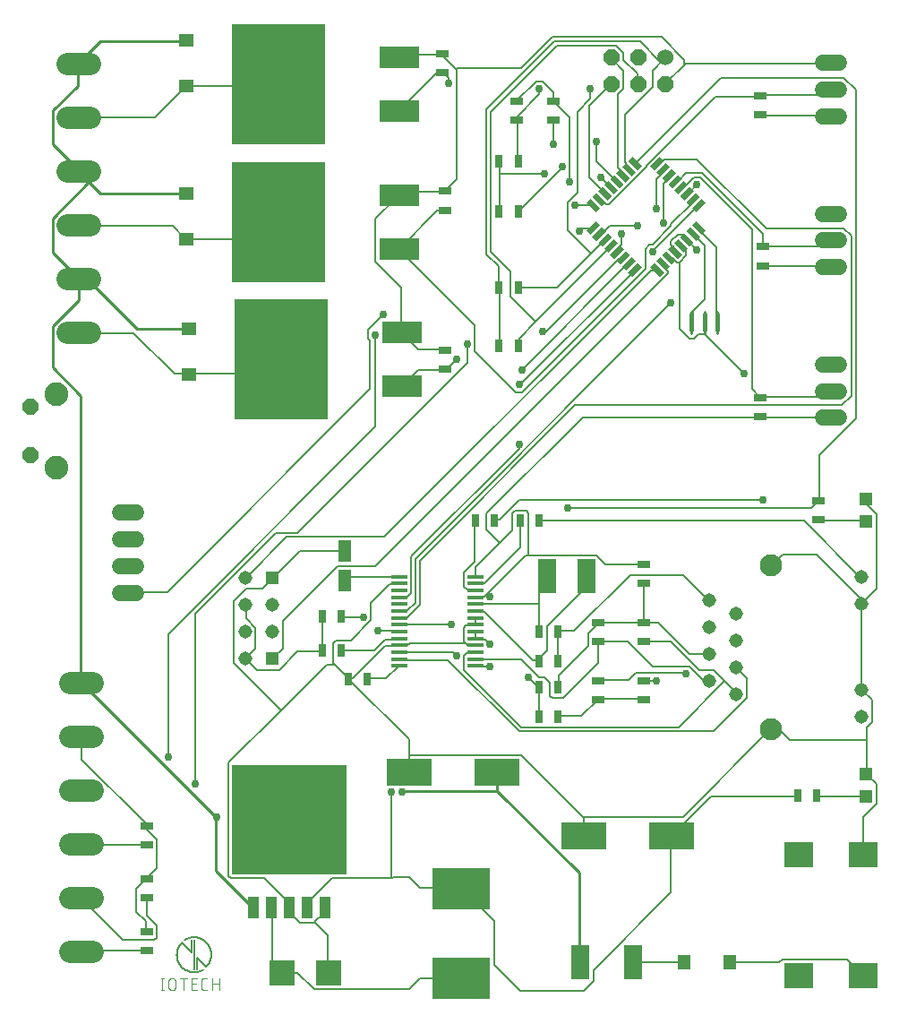
<source format=gbr>
G04 EAGLE Gerber RS-274X export*
G75*
%MOMM*%
%FSLAX34Y34*%
%LPD*%
%AMOC8*
5,1,8,0,0,1.08239X$1,22.5*%
G01*
%ADD10R,1.200000X1.200000*%
%ADD11R,1.270000X1.470000*%
%ADD12R,0.800000X1.200000*%
%ADD13R,1.780000X3.200000*%
%ADD14R,2.800000X2.400000*%
%ADD15R,1.200000X0.800000*%
%ADD16R,1.470000X1.270000*%
%ADD17R,3.810000X2.082800*%
%ADD18R,8.890000X11.430000*%
%ADD19C,1.524000*%
%ADD20R,1.308000X1.308000*%
%ADD21C,1.308000*%
%ADD22C,2.095500*%
%ADD23R,1.500000X0.400000*%
%ADD24R,1.700000X3.300000*%
%ADD25R,1.200000X2.000000*%
%ADD26C,2.100000*%
%ADD27R,1.270000X0.558800*%
%ADD28R,0.558800X1.270000*%
%ADD29C,0.450000*%
%ADD30C,0.254000*%
%ADD31C,1.524000*%
%ADD32P,1.649562X8X202.500000*%
%ADD33R,4.300000X2.500000*%
%ADD34R,5.500000X4.000000*%
%ADD35R,10.800000X10.410000*%
%ADD36R,1.066800X2.159000*%
%ADD37R,2.400000X2.400000*%
%ADD38C,0.127000*%
%ADD39C,0.101600*%
%ADD40P,1.649562X8X292.500000*%
%ADD41C,2.247900*%
%ADD42C,0.756400*%
%ADD43C,0.203200*%


D10*
X812500Y233000D03*
X812500Y212000D03*
D11*
X684000Y55000D03*
X641000Y55000D03*
D12*
X766500Y212500D03*
X748500Y212500D03*
D13*
X592400Y55000D03*
X542600Y55000D03*
D14*
X810000Y43000D03*
X810000Y157000D03*
X749000Y43000D03*
X749000Y157000D03*
D15*
X412500Y914000D03*
X412500Y896000D03*
D16*
X170000Y883500D03*
X170000Y926500D03*
D17*
X371400Y859600D03*
X371400Y910400D03*
D18*
X257100Y885000D03*
D15*
X712500Y589000D03*
X712500Y571000D03*
D19*
X772380Y620000D02*
X787620Y620000D01*
X787620Y595000D02*
X772380Y595000D01*
X772380Y570000D02*
X787620Y570000D01*
D15*
X715000Y731500D03*
X715000Y713500D03*
D19*
X772380Y762500D02*
X787620Y762500D01*
X787620Y737500D02*
X772380Y737500D01*
X772380Y712500D02*
X787620Y712500D01*
D15*
X415000Y784000D03*
X415000Y766000D03*
D16*
X170000Y738500D03*
X170000Y781500D03*
D17*
X371400Y729600D03*
X371400Y780400D03*
D18*
X257100Y755000D03*
D20*
X251125Y418250D03*
X251125Y342050D03*
D21*
X251125Y392850D03*
X251125Y367450D03*
X225725Y367450D03*
X225725Y392850D03*
X225725Y418250D03*
X225725Y342050D03*
D22*
X78778Y904500D02*
X57823Y904500D01*
X57823Y853700D02*
X78778Y853700D01*
X78778Y650500D02*
X57823Y650500D01*
X57823Y802900D02*
X78778Y802900D01*
X78778Y752100D02*
X57823Y752100D01*
X57823Y701300D02*
X78778Y701300D01*
X81278Y319500D02*
X60323Y319500D01*
X60323Y268700D02*
X81278Y268700D01*
X81278Y65500D02*
X60323Y65500D01*
X60323Y217900D02*
X81278Y217900D01*
X81278Y167100D02*
X60323Y167100D01*
X60323Y116300D02*
X81278Y116300D01*
D15*
X415000Y634000D03*
X415000Y616000D03*
D16*
X172500Y611000D03*
X172500Y654000D03*
D17*
X373900Y599600D03*
X373900Y650400D03*
D18*
X259600Y625000D03*
D15*
X712500Y874000D03*
X712500Y856000D03*
D19*
X772380Y905000D02*
X787620Y905000D01*
X787620Y880000D02*
X772380Y880000D01*
X772380Y855000D02*
X787620Y855000D01*
D15*
X132500Y184000D03*
X132500Y166000D03*
X132500Y134000D03*
X132500Y116000D03*
X132500Y84000D03*
X132500Y66000D03*
D23*
X371250Y419750D03*
X371250Y413250D03*
X371250Y406750D03*
X371250Y400250D03*
X371250Y393750D03*
X371250Y387250D03*
X371250Y380750D03*
X371250Y374250D03*
X371250Y367750D03*
X371250Y361250D03*
X371250Y354750D03*
X371250Y348250D03*
X371250Y341750D03*
X371250Y335250D03*
X443750Y335250D03*
X443750Y341750D03*
X443750Y348250D03*
X443750Y354750D03*
X443750Y361250D03*
X443750Y367750D03*
X443750Y374250D03*
X443750Y380750D03*
X443750Y387250D03*
X443750Y393750D03*
X443750Y400250D03*
X443750Y406750D03*
X443750Y413250D03*
X443750Y419750D03*
D12*
X316500Y350000D03*
X298500Y350000D03*
X316500Y382500D03*
X298500Y382500D03*
X341500Y322500D03*
X323500Y322500D03*
D24*
X511500Y420000D03*
X548500Y420000D03*
D12*
X503500Y340000D03*
X521500Y340000D03*
X503500Y367500D03*
X521500Y367500D03*
D15*
X560000Y358500D03*
X560000Y376500D03*
X602500Y358500D03*
X602500Y376500D03*
X602500Y303500D03*
X602500Y321500D03*
X560000Y303500D03*
X560000Y321500D03*
D12*
X521500Y315000D03*
X503500Y315000D03*
D15*
X602500Y431500D03*
X602500Y413500D03*
D12*
X521500Y287500D03*
X503500Y287500D03*
D25*
X320000Y416000D03*
X320000Y444000D03*
D12*
X504000Y472500D03*
X486000Y472500D03*
X461500Y472500D03*
X443500Y472500D03*
D26*
X722700Y275750D03*
X722700Y430650D03*
D21*
X808400Y419450D03*
X808400Y394050D03*
X808400Y312350D03*
X808400Y286950D03*
X664300Y397600D03*
X664300Y372200D03*
X664300Y346800D03*
X664300Y321400D03*
X689700Y385000D03*
X689700Y359600D03*
X689700Y334200D03*
X689700Y308800D03*
D19*
X122620Y404400D02*
X107380Y404400D01*
X107380Y429800D02*
X122620Y429800D01*
X122620Y455200D02*
X107380Y455200D01*
X107380Y480600D02*
X122620Y480600D01*
D15*
X482500Y869000D03*
X482500Y851000D03*
D12*
X466000Y812500D03*
X484000Y812500D03*
X466000Y765000D03*
X484000Y765000D03*
D15*
X767500Y491500D03*
X767500Y473500D03*
D10*
X812500Y493000D03*
X812500Y472000D03*
D27*
G36*
X613040Y716313D02*
X622019Y707334D01*
X618068Y703383D01*
X609089Y712362D01*
X613040Y716313D01*
G37*
G36*
X618697Y721970D02*
X627676Y712991D01*
X623725Y709040D01*
X614746Y718019D01*
X618697Y721970D01*
G37*
G36*
X624354Y727626D02*
X633333Y718647D01*
X629382Y714696D01*
X620403Y723675D01*
X624354Y727626D01*
G37*
G36*
X630011Y733283D02*
X638990Y724304D01*
X635039Y720353D01*
X626060Y729332D01*
X630011Y733283D01*
G37*
G36*
X635668Y738940D02*
X644647Y729961D01*
X640696Y726010D01*
X631717Y734989D01*
X635668Y738940D01*
G37*
G36*
X641325Y744597D02*
X650304Y735618D01*
X646353Y731667D01*
X637374Y740646D01*
X641325Y744597D01*
G37*
G36*
X646981Y750254D02*
X655960Y741275D01*
X652009Y737324D01*
X643030Y746303D01*
X646981Y750254D01*
G37*
G36*
X652638Y755911D02*
X661617Y746932D01*
X657666Y742981D01*
X648687Y751960D01*
X652638Y755911D01*
G37*
D28*
G36*
X657666Y777019D02*
X661617Y773068D01*
X652638Y764089D01*
X648687Y768040D01*
X657666Y777019D01*
G37*
G36*
X652009Y782676D02*
X655960Y778725D01*
X646981Y769746D01*
X643030Y773697D01*
X652009Y782676D01*
G37*
G36*
X646353Y788333D02*
X650304Y784382D01*
X641325Y775403D01*
X637374Y779354D01*
X646353Y788333D01*
G37*
G36*
X640696Y793990D02*
X644647Y790039D01*
X635668Y781060D01*
X631717Y785011D01*
X640696Y793990D01*
G37*
G36*
X635039Y799647D02*
X638990Y795696D01*
X630011Y786717D01*
X626060Y790668D01*
X635039Y799647D01*
G37*
G36*
X629382Y805304D02*
X633333Y801353D01*
X624354Y792374D01*
X620403Y796325D01*
X629382Y805304D01*
G37*
G36*
X623725Y810960D02*
X627676Y807009D01*
X618697Y798030D01*
X614746Y801981D01*
X623725Y810960D01*
G37*
G36*
X618068Y816617D02*
X622019Y812666D01*
X613040Y803687D01*
X609089Y807638D01*
X618068Y816617D01*
G37*
D27*
G36*
X591932Y816617D02*
X600911Y807638D01*
X596960Y803687D01*
X587981Y812666D01*
X591932Y816617D01*
G37*
G36*
X586275Y810960D02*
X595254Y801981D01*
X591303Y798030D01*
X582324Y807009D01*
X586275Y810960D01*
G37*
G36*
X580618Y805304D02*
X589597Y796325D01*
X585646Y792374D01*
X576667Y801353D01*
X580618Y805304D01*
G37*
G36*
X574961Y799647D02*
X583940Y790668D01*
X579989Y786717D01*
X571010Y795696D01*
X574961Y799647D01*
G37*
G36*
X569304Y793990D02*
X578283Y785011D01*
X574332Y781060D01*
X565353Y790039D01*
X569304Y793990D01*
G37*
G36*
X563647Y788333D02*
X572626Y779354D01*
X568675Y775403D01*
X559696Y784382D01*
X563647Y788333D01*
G37*
G36*
X557991Y782676D02*
X566970Y773697D01*
X563019Y769746D01*
X554040Y778725D01*
X557991Y782676D01*
G37*
G36*
X552334Y777019D02*
X561313Y768040D01*
X557362Y764089D01*
X548383Y773068D01*
X552334Y777019D01*
G37*
D28*
G36*
X557362Y755911D02*
X561313Y751960D01*
X552334Y742981D01*
X548383Y746932D01*
X557362Y755911D01*
G37*
G36*
X563019Y750254D02*
X566970Y746303D01*
X557991Y737324D01*
X554040Y741275D01*
X563019Y750254D01*
G37*
G36*
X568675Y744597D02*
X572626Y740646D01*
X563647Y731667D01*
X559696Y735618D01*
X568675Y744597D01*
G37*
G36*
X574332Y738940D02*
X578283Y734989D01*
X569304Y726010D01*
X565353Y729961D01*
X574332Y738940D01*
G37*
G36*
X579989Y733283D02*
X583940Y729332D01*
X574961Y720353D01*
X571010Y724304D01*
X579989Y733283D01*
G37*
G36*
X585646Y727626D02*
X589597Y723675D01*
X580618Y714696D01*
X576667Y718647D01*
X585646Y727626D01*
G37*
G36*
X591303Y721970D02*
X595254Y718019D01*
X586275Y709040D01*
X582324Y712991D01*
X591303Y721970D01*
G37*
G36*
X596960Y716313D02*
X600911Y712362D01*
X591932Y703383D01*
X587981Y707334D01*
X596960Y716313D01*
G37*
D15*
X517500Y869000D03*
X517500Y851000D03*
D12*
X484000Y692500D03*
X466000Y692500D03*
D29*
X648000Y667275D02*
X648000Y652725D01*
X660000Y652725D02*
X660000Y667275D01*
X672000Y667275D02*
X672000Y652725D01*
D30*
X648000Y660000D02*
X648000Y670160D01*
X648000Y660000D02*
X648000Y649840D01*
X672000Y660000D02*
X672000Y670160D01*
X672000Y660000D02*
X672000Y649840D01*
X660000Y660000D02*
X660000Y670160D01*
X660000Y660000D02*
X660000Y649840D01*
D12*
X484000Y637500D03*
X466000Y637500D03*
D31*
X622900Y910200D03*
D32*
X597500Y910200D03*
X572100Y910200D03*
X622900Y884800D03*
X597500Y884800D03*
X572100Y884800D03*
D33*
X464000Y235000D03*
X381000Y235000D03*
X629000Y175000D03*
X546000Y175000D03*
D34*
X430000Y125000D03*
X430000Y40000D03*
D35*
X267500Y190400D03*
D36*
X233464Y107088D03*
X250482Y107088D03*
X267500Y107088D03*
X284518Y107088D03*
X301536Y107088D03*
D37*
X260500Y45000D03*
X304500Y45000D03*
D38*
X177500Y48530D02*
X177500Y76470D01*
X180040Y59960D02*
X180040Y48530D01*
X188930Y51070D02*
X180040Y59960D01*
X174960Y65040D02*
X166070Y73930D01*
X174960Y76470D02*
X174960Y65040D01*
X168610Y76471D02*
X168949Y76680D01*
X169293Y76881D01*
X169642Y77074D01*
X169995Y77258D01*
X170353Y77433D01*
X170715Y77600D01*
X171081Y77758D01*
X171451Y77907D01*
X171824Y78046D01*
X172201Y78177D01*
X172580Y78298D01*
X172963Y78411D01*
X173348Y78513D01*
X173735Y78607D01*
X174125Y78691D01*
X174516Y78765D01*
X174909Y78830D01*
X175304Y78885D01*
X175700Y78931D01*
X176097Y78967D01*
X176495Y78993D01*
X176893Y79010D01*
X177291Y79017D01*
X177690Y79014D01*
X178088Y79001D01*
X178486Y78979D01*
X178883Y78947D01*
X179280Y78906D01*
X179675Y78855D01*
X180069Y78794D01*
X180461Y78724D01*
X180851Y78644D01*
X181240Y78554D01*
X181626Y78455D01*
X182009Y78347D01*
X182390Y78230D01*
X182768Y78103D01*
X183143Y77967D01*
X183514Y77822D01*
X183882Y77668D01*
X184245Y77505D01*
X184605Y77333D01*
X184960Y77153D01*
X185311Y76964D01*
X185657Y76767D01*
X185999Y76561D01*
X186335Y76347D01*
X186665Y76124D01*
X186991Y75894D01*
X187310Y75656D01*
X187624Y75410D01*
X187932Y75157D01*
X188233Y74896D01*
X188528Y74628D01*
X188816Y74353D01*
X189098Y74071D01*
X189372Y73782D01*
X189640Y73486D01*
X189900Y73184D01*
X190153Y72876D01*
X190398Y72562D01*
X190635Y72242D01*
X190865Y71916D01*
X191086Y71585D01*
X191300Y71248D01*
X191505Y70907D01*
X191702Y70560D01*
X191890Y70209D01*
X192070Y69853D01*
X192241Y69493D01*
X192403Y69129D01*
X192556Y68761D01*
X192700Y68390D01*
X192835Y68015D01*
X192961Y67637D01*
X193078Y67256D01*
X193185Y66872D01*
X193283Y66485D01*
X193372Y66097D01*
X193451Y65706D01*
X193521Y65314D01*
X193580Y64920D01*
X193631Y64525D01*
X193672Y64128D01*
X193703Y63731D01*
X193724Y63333D01*
X193736Y62935D01*
X193738Y62536D01*
X193730Y62138D01*
X193712Y61739D01*
X193685Y61342D01*
X193648Y60945D01*
X193602Y60549D01*
X193546Y60155D01*
X193480Y59761D01*
X193405Y59370D01*
X193320Y58981D01*
X193226Y58593D01*
X193122Y58209D01*
X193009Y57826D01*
X192887Y57447D01*
X192756Y57071D01*
X192615Y56698D01*
X192465Y56329D01*
X192307Y55963D01*
X192139Y55601D01*
X191963Y55244D01*
X191778Y54891D01*
X191585Y54542D01*
X191383Y54199D01*
X191173Y53860D01*
X190955Y53527D01*
X190729Y53199D01*
X190494Y52876D01*
X190252Y52560D01*
X190003Y52249D01*
X189745Y51945D01*
X189481Y51646D01*
X189209Y51355D01*
X188930Y51070D01*
X186390Y48529D02*
X186051Y48320D01*
X185707Y48119D01*
X185358Y47926D01*
X185005Y47742D01*
X184647Y47567D01*
X184285Y47400D01*
X183919Y47242D01*
X183549Y47093D01*
X183176Y46954D01*
X182799Y46823D01*
X182420Y46702D01*
X182037Y46589D01*
X181652Y46487D01*
X181265Y46393D01*
X180875Y46309D01*
X180484Y46235D01*
X180091Y46170D01*
X179696Y46115D01*
X179300Y46069D01*
X178903Y46033D01*
X178505Y46007D01*
X178107Y45990D01*
X177709Y45983D01*
X177310Y45986D01*
X176912Y45999D01*
X176514Y46021D01*
X176117Y46053D01*
X175720Y46094D01*
X175325Y46145D01*
X174931Y46206D01*
X174539Y46276D01*
X174149Y46356D01*
X173760Y46446D01*
X173374Y46545D01*
X172991Y46653D01*
X172610Y46770D01*
X172232Y46897D01*
X171857Y47033D01*
X171486Y47178D01*
X171118Y47332D01*
X170755Y47495D01*
X170395Y47667D01*
X170040Y47847D01*
X169689Y48036D01*
X169343Y48233D01*
X169001Y48439D01*
X168665Y48653D01*
X168335Y48876D01*
X168009Y49106D01*
X167690Y49344D01*
X167376Y49590D01*
X167068Y49843D01*
X166767Y50104D01*
X166472Y50372D01*
X166184Y50647D01*
X165902Y50929D01*
X165628Y51218D01*
X165360Y51514D01*
X165100Y51816D01*
X164847Y52124D01*
X164602Y52438D01*
X164365Y52758D01*
X164135Y53084D01*
X163914Y53415D01*
X163700Y53752D01*
X163495Y54093D01*
X163298Y54440D01*
X163110Y54791D01*
X162930Y55147D01*
X162759Y55507D01*
X162597Y55871D01*
X162444Y56239D01*
X162300Y56610D01*
X162165Y56985D01*
X162039Y57363D01*
X161922Y57744D01*
X161815Y58128D01*
X161717Y58515D01*
X161628Y58903D01*
X161549Y59294D01*
X161479Y59686D01*
X161420Y60080D01*
X161369Y60475D01*
X161328Y60872D01*
X161297Y61269D01*
X161276Y61667D01*
X161264Y62065D01*
X161262Y62464D01*
X161270Y62862D01*
X161288Y63261D01*
X161315Y63658D01*
X161352Y64055D01*
X161398Y64451D01*
X161454Y64845D01*
X161520Y65239D01*
X161595Y65630D01*
X161680Y66019D01*
X161774Y66407D01*
X161878Y66791D01*
X161991Y67174D01*
X162113Y67553D01*
X162244Y67929D01*
X162385Y68302D01*
X162535Y68671D01*
X162693Y69037D01*
X162861Y69399D01*
X163037Y69756D01*
X163222Y70109D01*
X163415Y70458D01*
X163617Y70801D01*
X163827Y71140D01*
X164045Y71473D01*
X164271Y71801D01*
X164506Y72124D01*
X164748Y72440D01*
X164997Y72751D01*
X165255Y73055D01*
X165519Y73354D01*
X165791Y73645D01*
X166070Y73930D01*
D39*
X147556Y40402D02*
X147556Y28718D01*
X146258Y28718D02*
X148854Y28718D01*
X148854Y40402D02*
X146258Y40402D01*
X153455Y37156D02*
X153455Y31964D01*
X153454Y37156D02*
X153456Y37269D01*
X153462Y37382D01*
X153472Y37495D01*
X153486Y37608D01*
X153503Y37720D01*
X153525Y37831D01*
X153550Y37941D01*
X153580Y38051D01*
X153613Y38159D01*
X153650Y38266D01*
X153690Y38372D01*
X153735Y38476D01*
X153783Y38579D01*
X153834Y38680D01*
X153889Y38779D01*
X153947Y38876D01*
X154009Y38971D01*
X154074Y39064D01*
X154142Y39154D01*
X154213Y39242D01*
X154288Y39328D01*
X154365Y39411D01*
X154445Y39491D01*
X154528Y39568D01*
X154614Y39643D01*
X154702Y39714D01*
X154792Y39782D01*
X154885Y39847D01*
X154980Y39909D01*
X155077Y39967D01*
X155176Y40022D01*
X155277Y40073D01*
X155380Y40121D01*
X155484Y40166D01*
X155590Y40206D01*
X155697Y40243D01*
X155805Y40276D01*
X155915Y40306D01*
X156025Y40331D01*
X156136Y40353D01*
X156248Y40370D01*
X156361Y40384D01*
X156474Y40394D01*
X156587Y40400D01*
X156700Y40402D01*
X156813Y40400D01*
X156926Y40394D01*
X157039Y40384D01*
X157152Y40370D01*
X157264Y40353D01*
X157375Y40331D01*
X157485Y40306D01*
X157595Y40276D01*
X157703Y40243D01*
X157810Y40206D01*
X157916Y40166D01*
X158020Y40121D01*
X158123Y40073D01*
X158224Y40022D01*
X158323Y39967D01*
X158420Y39909D01*
X158515Y39847D01*
X158608Y39782D01*
X158698Y39714D01*
X158786Y39643D01*
X158872Y39568D01*
X158955Y39491D01*
X159035Y39411D01*
X159112Y39328D01*
X159187Y39242D01*
X159258Y39154D01*
X159326Y39064D01*
X159391Y38971D01*
X159453Y38876D01*
X159511Y38779D01*
X159566Y38680D01*
X159617Y38579D01*
X159665Y38476D01*
X159710Y38372D01*
X159750Y38266D01*
X159787Y38159D01*
X159820Y38051D01*
X159850Y37941D01*
X159875Y37831D01*
X159897Y37720D01*
X159914Y37608D01*
X159928Y37495D01*
X159938Y37382D01*
X159944Y37269D01*
X159946Y37156D01*
X159946Y31964D01*
X159944Y31851D01*
X159938Y31738D01*
X159928Y31625D01*
X159914Y31512D01*
X159897Y31400D01*
X159875Y31289D01*
X159850Y31179D01*
X159820Y31069D01*
X159787Y30961D01*
X159750Y30854D01*
X159710Y30748D01*
X159665Y30644D01*
X159617Y30541D01*
X159566Y30440D01*
X159511Y30341D01*
X159453Y30244D01*
X159391Y30149D01*
X159326Y30056D01*
X159258Y29966D01*
X159187Y29878D01*
X159112Y29792D01*
X159035Y29709D01*
X158955Y29629D01*
X158872Y29552D01*
X158786Y29477D01*
X158698Y29406D01*
X158608Y29338D01*
X158515Y29273D01*
X158420Y29211D01*
X158323Y29153D01*
X158224Y29098D01*
X158123Y29047D01*
X158020Y28999D01*
X157916Y28954D01*
X157810Y28914D01*
X157703Y28877D01*
X157595Y28844D01*
X157485Y28814D01*
X157375Y28789D01*
X157264Y28767D01*
X157152Y28750D01*
X157039Y28736D01*
X156926Y28726D01*
X156813Y28720D01*
X156700Y28718D01*
X156587Y28720D01*
X156474Y28726D01*
X156361Y28736D01*
X156248Y28750D01*
X156136Y28767D01*
X156025Y28789D01*
X155915Y28814D01*
X155805Y28844D01*
X155697Y28877D01*
X155590Y28914D01*
X155484Y28954D01*
X155380Y28999D01*
X155277Y29047D01*
X155176Y29098D01*
X155077Y29153D01*
X154980Y29211D01*
X154885Y29273D01*
X154792Y29338D01*
X154702Y29406D01*
X154614Y29477D01*
X154528Y29552D01*
X154445Y29629D01*
X154365Y29709D01*
X154288Y29792D01*
X154213Y29878D01*
X154142Y29966D01*
X154074Y30056D01*
X154009Y30149D01*
X153947Y30244D01*
X153889Y30341D01*
X153834Y30440D01*
X153783Y30541D01*
X153735Y30644D01*
X153690Y30748D01*
X153650Y30854D01*
X153613Y30961D01*
X153580Y31069D01*
X153550Y31179D01*
X153525Y31289D01*
X153503Y31400D01*
X153486Y31512D01*
X153472Y31625D01*
X153462Y31738D01*
X153456Y31851D01*
X153454Y31964D01*
X167368Y28718D02*
X167368Y40402D01*
X164123Y40402D02*
X170614Y40402D01*
X175194Y28718D02*
X180387Y28718D01*
X175194Y28718D02*
X175194Y40402D01*
X180387Y40402D01*
X179089Y35209D02*
X175194Y35209D01*
X187260Y28718D02*
X189856Y28718D01*
X187260Y28718D02*
X187161Y28720D01*
X187061Y28726D01*
X186962Y28735D01*
X186864Y28748D01*
X186766Y28765D01*
X186668Y28786D01*
X186572Y28811D01*
X186477Y28839D01*
X186383Y28871D01*
X186290Y28906D01*
X186198Y28945D01*
X186108Y28988D01*
X186020Y29033D01*
X185933Y29083D01*
X185849Y29135D01*
X185766Y29191D01*
X185686Y29249D01*
X185608Y29311D01*
X185533Y29376D01*
X185460Y29444D01*
X185390Y29514D01*
X185322Y29587D01*
X185257Y29662D01*
X185195Y29740D01*
X185137Y29820D01*
X185081Y29903D01*
X185029Y29987D01*
X184979Y30074D01*
X184934Y30162D01*
X184891Y30252D01*
X184852Y30344D01*
X184817Y30437D01*
X184785Y30531D01*
X184757Y30626D01*
X184732Y30722D01*
X184711Y30820D01*
X184694Y30918D01*
X184681Y31016D01*
X184672Y31115D01*
X184666Y31215D01*
X184664Y31314D01*
X184663Y31314D02*
X184663Y37806D01*
X184664Y37806D02*
X184666Y37905D01*
X184672Y38005D01*
X184681Y38104D01*
X184694Y38202D01*
X184711Y38300D01*
X184732Y38398D01*
X184757Y38494D01*
X184785Y38589D01*
X184817Y38683D01*
X184852Y38776D01*
X184891Y38868D01*
X184934Y38958D01*
X184979Y39046D01*
X185029Y39133D01*
X185081Y39217D01*
X185137Y39300D01*
X185195Y39380D01*
X185257Y39458D01*
X185322Y39533D01*
X185390Y39606D01*
X185460Y39676D01*
X185533Y39744D01*
X185608Y39809D01*
X185686Y39871D01*
X185766Y39929D01*
X185849Y39985D01*
X185933Y40037D01*
X186020Y40087D01*
X186108Y40132D01*
X186198Y40175D01*
X186290Y40214D01*
X186382Y40249D01*
X186477Y40281D01*
X186572Y40309D01*
X186668Y40334D01*
X186766Y40355D01*
X186864Y40372D01*
X186962Y40385D01*
X187061Y40394D01*
X187161Y40400D01*
X187260Y40402D01*
X189856Y40402D01*
X194603Y40402D02*
X194603Y28718D01*
X194603Y35209D02*
X201094Y35209D01*
X201094Y40402D02*
X201094Y28718D01*
D40*
X22554Y580106D03*
X22554Y534894D03*
D41*
X47446Y592552D03*
X47446Y522448D03*
D30*
X88784Y925594D02*
X169403Y925594D01*
X88784Y925594D02*
X68374Y905184D01*
X169403Y925594D02*
X170000Y926500D01*
X68374Y905184D02*
X68300Y904500D01*
X88784Y781703D02*
X169403Y781703D01*
X78068Y792418D02*
X68374Y802113D01*
X78068Y792418D02*
X88784Y781703D01*
X169403Y781703D02*
X170000Y781500D01*
X68374Y802113D02*
X68300Y802900D01*
X123481Y654141D02*
X172465Y654141D01*
X123481Y654141D02*
X76538Y701084D01*
X68374Y701084D01*
X172465Y654141D02*
X172500Y654000D01*
X68374Y701084D02*
X68300Y701300D01*
X43882Y758232D02*
X78068Y792418D01*
X43882Y758232D02*
X43882Y725576D01*
X67353Y702104D01*
X68300Y701300D01*
X67353Y883753D02*
X67353Y904163D01*
X67353Y883753D02*
X43882Y860282D01*
X43882Y828646D01*
X68374Y804154D01*
X67353Y904163D02*
X68300Y904500D01*
X68374Y804154D02*
X68300Y802900D01*
X541886Y139809D02*
X541886Y55107D01*
X541886Y139809D02*
X464328Y217367D01*
X464328Y234715D01*
X541886Y55107D02*
X542600Y55000D01*
X464328Y234715D02*
X464000Y235000D01*
X232674Y107153D02*
X197977Y141850D01*
X197977Y192875D01*
X71435Y319417D01*
X232674Y107153D02*
X233464Y107088D01*
X71435Y319417D02*
X70800Y319500D01*
X375544Y217367D02*
X464328Y217367D01*
X375544Y217367D02*
X374524Y216346D01*
X198998Y192875D02*
X197977Y192875D01*
X68374Y680674D02*
X68374Y700063D01*
X68374Y680674D02*
X43882Y656182D01*
X43882Y617403D01*
X70415Y590870D01*
X70415Y320437D01*
X68374Y700063D02*
X68300Y701300D01*
X70415Y320437D02*
X70800Y319500D01*
D42*
X374524Y216346D03*
X198998Y192875D03*
D43*
X268392Y106132D02*
X268392Y102050D01*
X277576Y92866D01*
X290843Y92866D01*
X291353Y93376D02*
X301048Y103071D01*
X291353Y93376D02*
X290843Y92866D01*
X301048Y103071D02*
X301048Y106132D01*
X268392Y106132D02*
X267500Y107088D01*
X301048Y106132D02*
X301536Y107088D01*
X304109Y80620D02*
X304109Y45923D01*
X304109Y80620D02*
X291353Y93376D01*
X304109Y45923D02*
X304500Y45000D01*
X435754Y355134D02*
X442897Y355134D01*
X433202Y357685D02*
X432692Y358196D01*
X433202Y357685D02*
X435754Y355134D01*
X432692Y358196D02*
X432692Y371462D01*
X434733Y373503D01*
X442897Y373503D01*
X442897Y355134D02*
X443750Y354750D01*
X442897Y373503D02*
X443750Y374250D01*
X443918Y374524D02*
X443918Y380647D01*
X443750Y380750D01*
X443918Y374524D02*
X443750Y374250D01*
X327581Y323499D02*
X324519Y323499D01*
X327581Y323499D02*
X358196Y354114D01*
X370442Y354114D01*
X324519Y323499D02*
X323500Y322500D01*
X370442Y354114D02*
X371250Y354750D01*
X370442Y412282D02*
X362278Y412282D01*
X344929Y394934D01*
X344929Y378606D01*
X325540Y359216D01*
X311253Y359216D01*
X309212Y357175D01*
X309212Y337786D01*
X309722Y337275D02*
X323499Y323499D01*
X309722Y337275D02*
X309212Y337786D01*
X370442Y412282D02*
X371250Y413250D01*
X323499Y323499D02*
X323500Y322500D01*
X381667Y357175D02*
X432692Y357175D01*
X381667Y357175D02*
X379626Y355134D01*
X371462Y355134D01*
X432692Y357175D02*
X433202Y357685D01*
X371462Y355134D02*
X371250Y354750D01*
X380647Y266351D02*
X380647Y251043D01*
X380647Y235736D01*
X380647Y266351D02*
X324519Y322478D01*
X380647Y235736D02*
X381000Y235000D01*
X324519Y322478D02*
X323500Y322500D01*
X545968Y191854D02*
X545968Y175526D01*
X545457Y192364D02*
X486779Y251043D01*
X545457Y192364D02*
X545968Y191854D01*
X486779Y251043D02*
X380647Y251043D01*
X545968Y175526D02*
X546000Y175000D01*
X267371Y111235D02*
X267371Y107153D01*
X267371Y111235D02*
X243900Y134706D01*
X212264Y134706D01*
X210223Y136747D01*
X210223Y243900D01*
X259717Y293394D02*
X303089Y336765D01*
X259717Y293394D02*
X210223Y243900D01*
X303089Y336765D02*
X309212Y336765D01*
X267371Y107153D02*
X267500Y107088D01*
X309212Y336765D02*
X309722Y337275D01*
X131645Y93886D02*
X131645Y84702D01*
X131645Y93886D02*
X122460Y103071D01*
X122460Y124501D01*
X131645Y133686D01*
X131645Y84702D02*
X132500Y84000D01*
X131645Y133686D02*
X132500Y134000D01*
X132665Y180629D02*
X132665Y183690D01*
X132665Y180629D02*
X141850Y171444D01*
X141850Y143891D01*
X132665Y134706D01*
X132665Y183690D02*
X132500Y184000D01*
X132665Y134706D02*
X132500Y134000D01*
X71435Y246961D02*
X71435Y268392D01*
X71435Y246961D02*
X131645Y186752D01*
X131645Y184711D01*
X71435Y268392D02*
X70800Y268700D01*
X131645Y184711D02*
X132500Y184000D01*
X277576Y443918D02*
X319417Y443918D01*
X277576Y443918D02*
X252064Y418405D01*
X319417Y443918D02*
X320000Y444000D01*
X252064Y418405D02*
X251125Y418250D01*
X215326Y337786D02*
X259717Y293394D01*
X215326Y337786D02*
X215326Y396975D01*
X226551Y408200D01*
X241859Y408200D01*
X251043Y417385D01*
X251125Y418250D01*
X373503Y913348D02*
X412282Y913348D01*
X373503Y913348D02*
X371462Y911307D01*
X412282Y913348D02*
X412500Y914000D01*
X371462Y911307D02*
X371400Y910400D01*
X389831Y634751D02*
X414323Y634751D01*
X389831Y634751D02*
X374524Y650059D01*
X414323Y634751D02*
X415000Y634000D01*
X374524Y650059D02*
X373900Y650400D01*
X374524Y783744D02*
X414323Y783744D01*
X374524Y783744D02*
X371462Y780683D01*
X414323Y783744D02*
X415000Y784000D01*
X371462Y780683D02*
X371400Y780400D01*
X373503Y692920D02*
X373503Y651079D01*
X373503Y692920D02*
X349011Y717412D01*
X349011Y758232D01*
X370442Y779662D01*
X373503Y651079D02*
X373900Y650400D01*
X370442Y779662D02*
X371400Y780400D01*
X425549Y899061D02*
X425038Y899571D01*
X412282Y912327D01*
X425549Y899061D02*
X425549Y794970D01*
X415344Y784765D01*
X412282Y912327D02*
X412500Y914000D01*
X415344Y784765D02*
X415000Y784000D01*
X466369Y800072D02*
X466369Y812318D01*
X466369Y800072D02*
X466369Y765375D01*
X466000Y765000D01*
X466369Y812318D02*
X466000Y812500D01*
X562296Y797011D02*
X571480Y787826D01*
X571818Y787525D01*
X509230Y800072D02*
X466369Y800072D01*
X641895Y904163D02*
X779662Y904163D01*
X641384Y903653D02*
X623526Y885794D01*
X641384Y903653D02*
X641895Y904163D01*
X779662Y904163D02*
X780000Y905000D01*
X623526Y885794D02*
X622900Y884800D01*
X486779Y900081D02*
X425549Y900081D01*
X486779Y900081D02*
X516373Y929676D01*
X619444Y929676D01*
X640874Y908245D01*
X640874Y904163D01*
X425549Y900081D02*
X425038Y899571D01*
X640874Y904163D02*
X641384Y903653D01*
X813339Y492902D02*
X813339Y487799D01*
X822523Y478615D01*
X822523Y408200D01*
X809257Y394934D01*
X813339Y492902D02*
X812500Y493000D01*
X809257Y394934D02*
X808400Y394050D01*
X813339Y277576D02*
X813339Y265330D01*
X813339Y233695D01*
X813339Y277576D02*
X818441Y282679D01*
X818441Y303089D01*
X809257Y312273D01*
X813339Y233695D02*
X812500Y233000D01*
X809257Y312273D02*
X808400Y312350D01*
X810277Y192875D02*
X810277Y157157D01*
X810277Y192875D02*
X822523Y205121D01*
X822523Y223490D01*
X813339Y232674D01*
X810277Y157157D02*
X810000Y157000D01*
X813339Y232674D02*
X812500Y233000D01*
X730678Y275535D02*
X723535Y275535D01*
X730678Y275535D02*
X740883Y265330D01*
X813339Y265330D01*
X723535Y275535D02*
X722700Y275750D01*
X808236Y313294D02*
X808236Y393913D01*
X808400Y394050D01*
X808236Y313294D02*
X808400Y312350D01*
X521476Y340847D02*
X521476Y367380D01*
X521476Y340847D02*
X521500Y340000D01*
X521476Y367380D02*
X521500Y367500D01*
X504127Y314314D02*
X504127Y287781D01*
X503500Y287500D01*
X504127Y314314D02*
X503500Y315000D01*
X503107Y315335D02*
X493922Y324519D01*
X503107Y315335D02*
X503500Y315000D01*
X522496Y368401D02*
X536783Y368401D01*
X589849Y421467D01*
X639854Y421467D01*
X663325Y397995D01*
X522496Y368401D02*
X521500Y367500D01*
X663325Y397995D02*
X664300Y397600D01*
X629649Y720473D02*
X627608Y720473D01*
X629649Y720473D02*
X633731Y716391D01*
X635772Y716391D01*
X636282Y716901D02*
X642915Y723535D01*
X636282Y716901D02*
X635772Y716391D01*
X642915Y723535D02*
X642915Y727617D01*
X638833Y731699D01*
X627608Y720473D02*
X626868Y721161D01*
X638833Y731699D02*
X638182Y732475D01*
X654141Y649038D02*
X659243Y649038D01*
X654141Y649038D02*
X650059Y644956D01*
X645977Y644956D01*
X636792Y654141D01*
X636792Y716391D01*
X660000Y649840D02*
X659243Y649038D01*
X636792Y716391D02*
X636282Y716901D01*
X660264Y649038D02*
X698022Y611280D01*
X660264Y649038D02*
X660000Y649840D01*
X766396Y440856D02*
X810277Y396975D01*
X766396Y440856D02*
X733740Y440856D01*
X723535Y430651D01*
X808400Y394050D02*
X810277Y396975D01*
X723535Y430651D02*
X722700Y430650D01*
X639854Y192875D02*
X545968Y192875D01*
X639854Y192875D02*
X722514Y275535D01*
X545968Y192875D02*
X545457Y192364D01*
X722514Y275535D02*
X722700Y275750D01*
D42*
X562296Y797011D03*
X509230Y800072D03*
X493922Y324519D03*
X698022Y611280D03*
D43*
X767416Y212264D02*
X812318Y212264D01*
X812500Y212000D01*
X767416Y212264D02*
X766500Y212500D01*
X640874Y55107D02*
X592911Y55107D01*
X640874Y55107D02*
X641000Y55000D01*
X592911Y55107D02*
X592400Y55000D01*
X255125Y883753D02*
X170424Y883753D01*
X255125Y883753D02*
X256146Y884774D01*
X170424Y883753D02*
X170000Y883500D01*
X256146Y884774D02*
X257100Y885000D01*
X140829Y854159D02*
X68374Y854159D01*
X140829Y854159D02*
X169403Y882733D01*
X68374Y854159D02*
X68300Y853700D01*
X169403Y882733D02*
X170000Y883500D01*
X616382Y810277D02*
X618423Y810277D01*
X622505Y814359D01*
X653120Y814359D01*
X718432Y749047D01*
X791908Y749047D01*
X799052Y741904D01*
X799052Y590870D01*
X789867Y581685D01*
X537804Y581685D01*
X390852Y434733D01*
X390852Y392893D01*
X379626Y381667D01*
X371462Y381667D01*
X615554Y810152D02*
X616382Y810277D01*
X371462Y381667D02*
X371250Y380750D01*
X131645Y166342D02*
X71435Y166342D01*
X131645Y166342D02*
X132500Y166000D01*
X71435Y166342D02*
X70800Y167100D01*
X537804Y770478D02*
X554132Y770478D01*
X349011Y648018D02*
X349011Y561275D01*
X153075Y365339D01*
X153075Y249002D01*
X554132Y770478D02*
X554848Y770554D01*
D42*
X537804Y770478D03*
X349011Y648018D03*
X153075Y249002D03*
D43*
X170424Y738842D02*
X240838Y738842D01*
X256146Y754150D01*
X170424Y738842D02*
X170000Y738500D01*
X256146Y754150D02*
X257100Y755000D01*
X157157Y751088D02*
X68374Y751088D01*
X157157Y751088D02*
X169403Y738842D01*
X68374Y751088D02*
X68300Y752100D01*
X169403Y738842D02*
X170000Y738500D01*
X485758Y601075D02*
X593931Y709248D01*
X485758Y601075D02*
X484738Y601075D01*
X484738Y544947D02*
X484738Y540865D01*
X382688Y438815D01*
X382688Y404118D01*
X379626Y401057D01*
X371462Y401057D01*
X593931Y709248D02*
X594446Y709848D01*
X371462Y401057D02*
X371250Y400250D01*
D42*
X484738Y601075D03*
X484738Y544947D03*
D43*
X609239Y709248D02*
X615362Y709248D01*
X609239Y709248D02*
X357175Y457184D01*
X265330Y457184D01*
X226551Y418405D01*
X615362Y709248D02*
X615554Y709848D01*
X226551Y418405D02*
X225725Y418250D01*
X621485Y712309D02*
X621485Y715371D01*
X621485Y712309D02*
X625567Y708227D01*
X625567Y706186D01*
X349011Y429631D01*
X313294Y429631D01*
X261248Y377585D01*
X261248Y352073D01*
X252064Y342888D01*
X621211Y715505D02*
X621485Y715371D01*
X252064Y342888D02*
X251125Y342050D01*
X389831Y615362D02*
X414323Y615362D01*
X389831Y615362D02*
X374524Y600054D01*
X414323Y615362D02*
X415000Y616000D01*
X374524Y600054D02*
X373900Y599600D01*
X611280Y727617D02*
X654141Y770478D01*
X611280Y727617D02*
X611280Y726596D01*
X425549Y625567D02*
X415344Y615362D01*
X654141Y770478D02*
X655152Y770554D01*
X415000Y616000D02*
X415344Y615362D01*
D42*
X611280Y726596D03*
X425549Y625567D03*
D43*
X414323Y765375D02*
X407180Y765375D01*
X371462Y729658D01*
X414323Y765375D02*
X415000Y766000D01*
X371462Y729658D02*
X371400Y729600D01*
X649038Y773539D02*
X649038Y775580D01*
X649038Y773539D02*
X628628Y753129D01*
X628628Y751088D01*
X611280Y733740D01*
X608218Y733740D01*
X604136Y729658D01*
X604136Y710268D01*
X487799Y593931D01*
X481676Y593931D01*
X442897Y632710D01*
X442897Y657202D01*
X371462Y728637D01*
X649038Y775580D02*
X649495Y776211D01*
X371400Y729600D02*
X371462Y728637D01*
X713330Y874569D02*
X774560Y874569D01*
X779662Y879671D01*
X713330Y874569D02*
X712500Y874000D01*
X779662Y879671D02*
X780000Y880000D01*
X563316Y775580D02*
X561275Y775580D01*
X563316Y775580D02*
X567398Y771498D01*
X569439Y771498D01*
X605157Y807216D01*
X605157Y808236D01*
X670469Y873548D01*
X712309Y873548D01*
X561275Y775580D02*
X560505Y776211D01*
X712309Y873548D02*
X712500Y874000D01*
X768437Y534742D02*
X768437Y491881D01*
X768437Y534742D02*
X803134Y569439D01*
X803134Y879671D01*
X791908Y890897D01*
X675571Y890897D01*
X594952Y810277D01*
X767500Y491500D02*
X768437Y491881D01*
X594952Y810277D02*
X594446Y810152D01*
X420446Y374524D02*
X371462Y374524D01*
X530660Y484738D02*
X761293Y484738D01*
X767416Y490861D01*
X371462Y374524D02*
X371250Y374250D01*
X767416Y490861D02*
X767500Y491500D01*
D42*
X420446Y374524D03*
X530660Y484738D03*
D43*
X620464Y801093D02*
X620464Y804154D01*
X620464Y801093D02*
X614341Y794970D01*
X614341Y767416D01*
X628628Y678633D02*
X386770Y436774D01*
X386770Y394934D01*
X379626Y387790D01*
X371462Y387790D01*
X620464Y804154D02*
X621211Y804495D01*
X371462Y387790D02*
X371250Y387250D01*
D42*
X614341Y767416D03*
X628628Y678633D03*
D43*
X337786Y381667D02*
X317376Y381667D01*
X351052Y368401D02*
X370442Y368401D01*
X317376Y381667D02*
X316500Y382500D01*
X370442Y368401D02*
X371250Y367750D01*
X626587Y795990D02*
X626587Y798031D01*
X626587Y795990D02*
X621485Y790888D01*
X621485Y754150D01*
X626587Y798031D02*
X626868Y798839D01*
D42*
X337786Y381667D03*
X351052Y368401D03*
X621485Y754150D03*
D43*
X412282Y895999D02*
X407180Y895999D01*
X371462Y860282D01*
X412282Y895999D02*
X412500Y896000D01*
X371462Y860282D02*
X371400Y859600D01*
X643936Y782724D02*
X645977Y782724D01*
X653120Y789867D01*
X418405Y885794D02*
X418405Y890897D01*
X413303Y895999D01*
X643936Y782724D02*
X643839Y781868D01*
X413303Y895999D02*
X412500Y896000D01*
D42*
X653120Y789867D03*
X418405Y885794D03*
D43*
X713330Y589849D02*
X774560Y589849D01*
X779662Y594952D01*
X713330Y589849D02*
X712500Y589000D01*
X779662Y594952D02*
X780000Y595000D01*
X640874Y787826D02*
X638833Y787826D01*
X640874Y787826D02*
X650059Y797011D01*
X656182Y797011D01*
X705166Y748027D01*
X705166Y596993D01*
X712309Y589849D01*
X638182Y787525D02*
X638833Y787826D01*
X712309Y589849D02*
X712500Y589000D01*
X715371Y731699D02*
X774560Y731699D01*
X779662Y736801D01*
X715371Y731699D02*
X715000Y731500D01*
X779662Y736801D02*
X780000Y737500D01*
X635772Y793949D02*
X632710Y793949D01*
X635772Y793949D02*
X642915Y801093D01*
X658223Y801093D01*
X715371Y743945D01*
X715371Y732719D01*
X632525Y793182D02*
X632710Y793949D01*
X715371Y732719D02*
X715000Y731500D01*
X131645Y66333D02*
X71435Y66333D01*
X131645Y66333D02*
X132500Y66000D01*
X71435Y66333D02*
X70800Y65500D01*
X561275Y743945D02*
X563316Y743945D01*
X570460Y751088D01*
X596993Y751088D01*
X561275Y743945D02*
X560505Y743789D01*
D42*
X596993Y751088D03*
D43*
X132665Y115317D02*
X132665Y98989D01*
X141850Y89804D01*
X141850Y78579D01*
X139809Y76538D01*
X110214Y76538D01*
X71435Y115317D01*
X132500Y116000D02*
X132665Y115317D01*
X71435Y115317D02*
X70800Y116300D01*
X544947Y749047D02*
X554132Y749047D01*
X544947Y749047D02*
X541886Y745986D01*
X435754Y639854D02*
X435754Y621485D01*
X275535Y461266D01*
X255125Y461266D01*
X178588Y384729D01*
X178588Y223490D01*
X554132Y749047D02*
X554848Y749446D01*
D42*
X541886Y745986D03*
X435754Y639854D03*
X178588Y223490D03*
D43*
X173485Y611280D02*
X245941Y611280D01*
X259207Y624546D01*
X173485Y611280D02*
X172500Y611000D01*
X259207Y624546D02*
X259600Y625000D01*
X120419Y650059D02*
X68374Y650059D01*
X120419Y650059D02*
X159198Y611280D01*
X172465Y611280D01*
X68374Y650059D02*
X68300Y650500D01*
X172465Y611280D02*
X172500Y611000D01*
X466369Y637813D02*
X466369Y691899D01*
X466369Y637813D02*
X466000Y637500D01*
X466369Y691899D02*
X466000Y692500D01*
X483717Y813339D02*
X483717Y849056D01*
X482697Y850077D01*
X483717Y813339D02*
X484000Y812500D01*
X482697Y850077D02*
X482500Y851000D01*
X587808Y808236D02*
X587808Y805175D01*
X587808Y808236D02*
X584747Y811298D01*
X584747Y856200D01*
X611280Y882733D01*
X611280Y898040D01*
X622505Y909266D01*
X587808Y805175D02*
X588789Y804495D01*
X622505Y909266D02*
X622900Y910200D01*
X482697Y854159D02*
X482697Y851097D01*
X482697Y854159D02*
X504127Y875589D01*
X504127Y880692D01*
X482697Y851097D02*
X482500Y851000D01*
X465348Y713330D02*
X465348Y692920D01*
X465348Y713330D02*
X454123Y724555D01*
X454123Y861302D01*
X518414Y925594D01*
X599034Y925594D01*
X618423Y906204D01*
X466000Y692500D02*
X465348Y692920D01*
X618423Y906204D02*
X622900Y910200D01*
X713330Y855179D02*
X779662Y855179D01*
X713330Y855179D02*
X712500Y856000D01*
X779662Y855179D02*
X780000Y855000D01*
X779662Y570460D02*
X713330Y570460D01*
X712500Y571000D01*
X779662Y570460D02*
X780000Y570000D01*
X631690Y727617D02*
X631690Y730678D01*
X628628Y733740D01*
X628628Y736801D01*
X634751Y742924D01*
X638833Y742924D01*
X642915Y738842D01*
X631690Y727617D02*
X632525Y726818D01*
X642915Y738842D02*
X643839Y738132D01*
X715371Y713330D02*
X779662Y713330D01*
X715371Y713330D02*
X715000Y713500D01*
X779662Y713330D02*
X780000Y712500D01*
X653120Y728637D02*
X643936Y737822D01*
X643839Y738132D01*
X666387Y212264D02*
X748027Y212264D01*
X666387Y212264D02*
X629649Y175526D01*
X748027Y212264D02*
X748500Y212500D01*
X629649Y175526D02*
X629000Y175000D01*
X284720Y111235D02*
X284720Y107153D01*
X284720Y111235D02*
X308191Y134706D01*
X364319Y134706D01*
X364829Y135216D02*
X365339Y135727D01*
X364829Y135216D02*
X364319Y134706D01*
X365339Y135727D02*
X380647Y135727D01*
X390852Y125522D01*
X429631Y125522D01*
X284720Y107153D02*
X284518Y107088D01*
X429631Y125522D02*
X430000Y125000D01*
X628628Y121440D02*
X628628Y174506D01*
X628628Y121440D02*
X555152Y47964D01*
X555152Y37759D01*
X545968Y28574D01*
X485758Y28574D01*
X461266Y53066D01*
X461266Y93886D01*
X430651Y124501D01*
X628628Y174506D02*
X629000Y175000D01*
X430651Y124501D02*
X430000Y125000D01*
X443918Y334724D02*
X457184Y334724D01*
X457184Y356155D02*
X453102Y360237D01*
X443918Y360237D01*
X443750Y335250D02*
X443918Y334724D01*
X443918Y360237D02*
X443750Y361250D01*
X443918Y362278D02*
X443918Y367380D01*
X443750Y367750D01*
X443918Y362278D02*
X443750Y361250D01*
X566378Y431672D02*
X602095Y431672D01*
X566378Y431672D02*
X558214Y439836D01*
X493922Y439836D02*
X490861Y439836D01*
X493922Y439836D02*
X558214Y439836D01*
X454633Y403608D02*
X452082Y401057D01*
X454633Y403608D02*
X490861Y439836D01*
X452082Y401057D02*
X443918Y401057D01*
X602095Y431672D02*
X602500Y431500D01*
X443918Y401057D02*
X443750Y400250D01*
X443918Y420446D02*
X443918Y428610D01*
X466879Y451571D02*
X478615Y463307D01*
X466879Y451571D02*
X443918Y428610D01*
X478615Y463307D02*
X478615Y479635D01*
X480656Y481676D01*
X491881Y481676D01*
X493922Y479635D01*
X493922Y439836D01*
X443918Y420446D02*
X443750Y419750D01*
X454633Y403608D02*
X457184Y401057D01*
X299007Y381667D02*
X299007Y350032D01*
X298500Y350000D01*
X299007Y381667D02*
X298500Y382500D01*
X297986Y349011D02*
X275535Y349011D01*
X258187Y331663D01*
X236756Y331663D01*
X226551Y341868D01*
X297986Y349011D02*
X298500Y350000D01*
X226551Y341868D02*
X225725Y342050D01*
X226551Y380647D02*
X226551Y391872D01*
X226551Y380647D02*
X235736Y371462D01*
X235736Y352073D01*
X226551Y342888D01*
X226551Y391872D02*
X225725Y392850D01*
X226551Y342888D02*
X225725Y342050D01*
X364319Y216346D02*
X364319Y135727D01*
X364829Y135216D01*
X544947Y570460D02*
X712309Y570460D01*
X544947Y570460D02*
X454123Y479635D01*
X454123Y464328D01*
X466879Y451571D01*
X712309Y570460D02*
X712500Y571000D01*
D42*
X504127Y880692D03*
X653120Y728637D03*
X457184Y334724D03*
X457184Y356155D03*
X457184Y401057D03*
X364319Y216346D03*
D43*
X504127Y472492D02*
X754150Y472492D01*
X806195Y420446D01*
X808236Y420446D01*
X504127Y472492D02*
X504000Y472500D01*
X808236Y420446D02*
X808400Y419450D01*
X466369Y473512D02*
X462287Y473512D01*
X466369Y473512D02*
X484738Y491881D01*
X715371Y491881D01*
X462287Y473512D02*
X461500Y472500D01*
D42*
X715371Y491881D03*
D43*
X370442Y419426D02*
X323499Y419426D01*
X320437Y416364D01*
X370442Y419426D02*
X371250Y419750D01*
X320437Y416364D02*
X320000Y416000D01*
X317376Y350032D02*
X347991Y350032D01*
X358196Y360237D01*
X370442Y360237D01*
X317376Y350032D02*
X316500Y350000D01*
X370442Y360237D02*
X371250Y361250D01*
X359216Y323499D02*
X341868Y323499D01*
X359216Y323499D02*
X370442Y334724D01*
X341868Y323499D02*
X341500Y322500D01*
X370442Y334724D02*
X371250Y335250D01*
X504127Y393913D02*
X504127Y412282D01*
X504127Y393913D02*
X504127Y368401D01*
X504127Y412282D02*
X511271Y419426D01*
X504127Y368401D02*
X503500Y367500D01*
X511271Y419426D02*
X511500Y420000D01*
X504127Y393913D02*
X443918Y393913D01*
X443750Y393750D01*
X498004Y340847D02*
X503107Y340847D01*
X498004Y340847D02*
X452082Y386770D01*
X443918Y386770D01*
X503107Y340847D02*
X503500Y340000D01*
X443918Y386770D02*
X443750Y387250D01*
X548009Y409221D02*
X548009Y419426D01*
X548009Y409221D02*
X511271Y372483D01*
X511271Y350032D01*
X503107Y341868D01*
X548009Y419426D02*
X548500Y420000D01*
X503107Y341868D02*
X503500Y340000D01*
X603116Y376565D02*
X603116Y413303D01*
X603116Y376565D02*
X602500Y376500D01*
X603116Y413303D02*
X602500Y413500D01*
X522496Y326560D02*
X522496Y315335D01*
X522496Y326560D02*
X550050Y354114D01*
X550050Y366360D01*
X559234Y375544D01*
X522496Y315335D02*
X521500Y315000D01*
X559234Y375544D02*
X560000Y376500D01*
X560255Y376565D02*
X602095Y376565D01*
X602500Y376500D01*
X560255Y376565D02*
X560000Y376500D01*
X645977Y346970D02*
X663325Y346970D01*
X645977Y346970D02*
X616382Y376565D01*
X604136Y376565D01*
X663325Y346970D02*
X664300Y346800D01*
X604136Y376565D02*
X602500Y376500D01*
X543927Y287781D02*
X522496Y287781D01*
X543927Y287781D02*
X559234Y303089D01*
X522496Y287781D02*
X521500Y287500D01*
X559234Y303089D02*
X560000Y303500D01*
X560255Y304109D02*
X602095Y304109D01*
X602500Y303500D01*
X560255Y304109D02*
X560000Y303500D01*
X603116Y358196D02*
X628628Y358196D01*
X655161Y331663D01*
X668428Y331663D01*
X679143Y320947D02*
X688838Y311253D01*
X679143Y320947D02*
X668428Y331663D01*
X688838Y311253D02*
X688838Y309212D01*
X603116Y358196D02*
X602500Y358500D01*
X688838Y309212D02*
X689700Y308800D01*
X442897Y347991D02*
X435754Y347991D01*
X432692Y344929D01*
X432692Y331663D01*
X486779Y277576D01*
X635772Y277576D01*
X679143Y320947D01*
X443750Y348250D02*
X442897Y347991D01*
X560255Y358196D02*
X587808Y358196D01*
X611280Y334724D01*
X645977Y334724D01*
X659243Y321458D01*
X663325Y321458D01*
X560255Y358196D02*
X560000Y358500D01*
X663325Y321458D02*
X664300Y321400D01*
X486779Y341868D02*
X443918Y341868D01*
X486779Y341868D02*
X504127Y324519D01*
X509230Y324519D01*
X514332Y319417D01*
X514332Y307171D01*
X516373Y305130D01*
X526578Y305130D01*
X559234Y337786D01*
X559234Y358196D01*
X443918Y341868D02*
X443750Y341750D01*
X559234Y358196D02*
X560000Y358500D01*
X603116Y321458D02*
X614341Y321458D01*
X603116Y321458D02*
X602500Y321500D01*
X422487Y347991D02*
X371462Y347991D01*
X422487Y347991D02*
X425549Y344929D01*
X371462Y347991D02*
X371250Y348250D01*
D42*
X614341Y321458D03*
X425549Y344929D03*
D43*
X560255Y322478D02*
X588829Y322478D01*
X594952Y328601D01*
X641895Y328601D01*
X642915Y327581D01*
X560255Y322478D02*
X560000Y321500D01*
X417385Y340847D02*
X371462Y340847D01*
X417385Y340847D02*
X484738Y273494D01*
X668428Y273494D01*
X700063Y305130D01*
X700063Y323499D01*
X689858Y333704D01*
X371462Y340847D02*
X371250Y341750D01*
X689700Y334200D02*
X689858Y333704D01*
D42*
X642915Y327581D03*
D43*
X485758Y446979D02*
X485758Y472492D01*
X485758Y446979D02*
X452082Y413303D01*
X443918Y413303D01*
X485758Y472492D02*
X486000Y472500D01*
X443918Y413303D02*
X443750Y413250D01*
X442897Y433713D02*
X442897Y472492D01*
X442897Y433713D02*
X432692Y423508D01*
X432692Y410241D01*
X435754Y407180D01*
X442897Y407180D01*
X442897Y472492D02*
X443500Y472500D01*
X442897Y407180D02*
X443750Y406750D01*
X484738Y765375D02*
X525558Y806195D01*
X525558Y807216D01*
X558214Y812318D02*
X558214Y830687D01*
X558214Y812318D02*
X576583Y793949D01*
X484738Y765375D02*
X484000Y765000D01*
X576583Y793949D02*
X577475Y793182D01*
D42*
X525558Y807216D03*
X558214Y830687D03*
D43*
X501066Y887835D02*
X482697Y869466D01*
X501066Y887835D02*
X507189Y887835D01*
X517394Y877630D01*
X517394Y869466D01*
X482697Y869466D02*
X482500Y869000D01*
X517394Y869466D02*
X517500Y869000D01*
X577603Y729658D02*
X577603Y727617D01*
X577603Y729658D02*
X581685Y733740D01*
X581685Y743945D01*
X532701Y792929D02*
X532701Y854159D01*
X518414Y868446D01*
X577603Y727617D02*
X577475Y726818D01*
X518414Y868446D02*
X517500Y869000D01*
D42*
X581685Y743945D03*
X532701Y792929D03*
D43*
X768437Y472492D02*
X812318Y472492D01*
X812500Y472000D01*
X768437Y472492D02*
X767500Y473500D01*
X587808Y715371D02*
X487799Y615362D01*
X587808Y715371D02*
X588789Y715505D01*
D42*
X487799Y615362D03*
D43*
X484738Y637813D02*
X484738Y644956D01*
X500555Y660774D02*
X571480Y731699D01*
X500555Y660774D02*
X484738Y644956D01*
X484738Y637813D02*
X484000Y637500D01*
X571480Y731699D02*
X571818Y732475D01*
X596993Y885794D02*
X596993Y894979D01*
X583726Y908245D01*
X583726Y914368D01*
X576583Y921512D01*
X520455Y921512D01*
X458205Y859261D01*
X458205Y726596D01*
X476574Y708227D01*
X476574Y684756D01*
X500555Y660774D01*
X597500Y884800D02*
X596993Y885794D01*
X520455Y692920D02*
X484738Y692920D01*
X552601Y725065D02*
X565357Y737822D01*
X552601Y725065D02*
X520455Y692920D01*
X484738Y692920D02*
X484000Y692500D01*
X565357Y737822D02*
X566161Y738132D01*
X552091Y871507D02*
X552091Y880692D01*
X552091Y871507D02*
X539845Y859261D01*
X539845Y782724D01*
X530660Y773539D01*
X530660Y747006D01*
X552601Y725065D01*
D42*
X552091Y880692D03*
D43*
X655161Y749047D02*
X655161Y747006D01*
X671489Y730678D01*
X671489Y670469D01*
X655161Y749047D02*
X655152Y749446D01*
X671489Y670469D02*
X672000Y660000D01*
X660264Y732719D02*
X650059Y742924D01*
X660264Y732719D02*
X660264Y681694D01*
X649038Y670469D01*
X650059Y742924D02*
X649495Y743789D01*
X649038Y670469D02*
X648000Y660000D01*
X517394Y828646D02*
X517394Y850077D01*
X356155Y667407D02*
X341868Y653120D01*
X341868Y644956D01*
X343909Y642915D01*
X343909Y596993D01*
X152055Y405139D01*
X115317Y405139D01*
X517394Y850077D02*
X517500Y851000D01*
X115317Y405139D02*
X115000Y404400D01*
D42*
X517394Y828646D03*
X356155Y667407D03*
D43*
X579644Y720473D02*
X582706Y720473D01*
X579644Y720473D02*
X510250Y651079D01*
X507189Y651079D01*
X582706Y720473D02*
X583132Y721161D01*
D42*
X507189Y651079D03*
D43*
X582706Y799052D02*
X582706Y802113D01*
X578624Y806195D01*
X578624Y875589D01*
X583726Y880692D01*
X583726Y898040D01*
X572501Y909266D01*
X582706Y799052D02*
X583132Y798839D01*
X572501Y909266D02*
X572100Y910200D01*
X551070Y797011D02*
X565357Y782724D01*
X551070Y797011D02*
X551070Y864364D01*
X571480Y884774D01*
X565357Y782724D02*
X566161Y781868D01*
X571480Y884774D02*
X572100Y884800D01*
X251043Y106132D02*
X251043Y55107D01*
X260228Y45923D01*
X251043Y106132D02*
X250482Y107088D01*
X260228Y45923D02*
X260500Y45000D01*
X261248Y44902D02*
X275535Y44902D01*
X290843Y29595D01*
X380647Y29595D01*
X390852Y39800D01*
X429631Y39800D01*
X261248Y44902D02*
X260500Y45000D01*
X429631Y39800D02*
X430000Y40000D01*
X684756Y55107D02*
X730678Y55107D01*
X733740Y58169D01*
X794970Y58169D01*
X809257Y43882D01*
X684756Y55107D02*
X684000Y55000D01*
X809257Y43882D02*
X810000Y43000D01*
M02*

</source>
